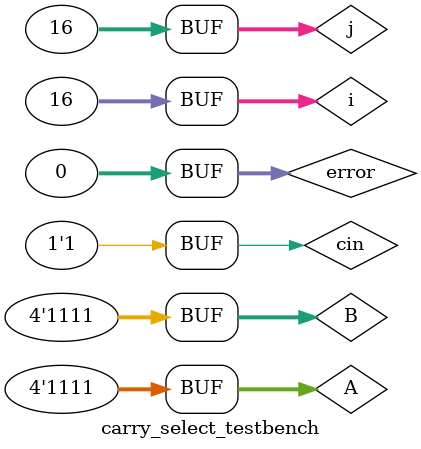
<source format=v>
`timescale 1ns / 1ps


module carry_select_testbench (

    );

    // input
    reg [3:0] A;
    reg [3:0] B;
    reg cin;
    
    // output
    wire [3:0] sum;
    wire cout;  
    integer i,j,error;
    
    carry_select_adder cs1(
        .a(A), 
        .b(B), 
        .cin(cin), 
        .sum(sum), 
        .cout(cout)
    );

    initial 
    begin
    A = 0;
    B = 0;
    error = 0;
    
    // cin = 0
    cin = 0;
    for(i=0; i<16; i=i+1) begin
        for(j=0; j<16; j=j+1) begin
            A = i;
            B = j;
            #10;
//            if({cout,sum} != (i+j)) 
//                error <= error + 1;
//            $display("%d", sum);
//            $display("%d", error);
        end  
    end
       
    // cin = 1
    cin = 1; 
    for(i=0; i<16; i=i+1) begin
        for(j=0; j<16; j=j+1) begin
            A = i;
            B = j;
            #10;
//            if({cout,sum} != (i+j+1)) 
//                error <= error + 1;
//            $display("%d", sum);
//            $display("%d", error);
        end  
    end 
   end
    
endmodule

</source>
